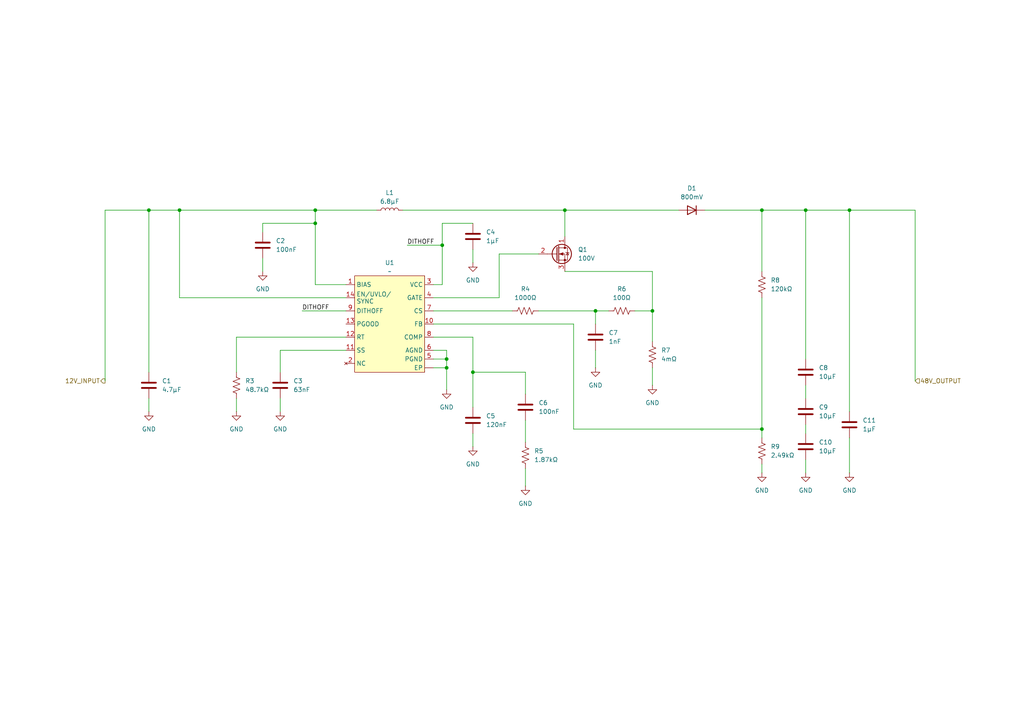
<source format=kicad_sch>
(kicad_sch (version 20231120) (generator "eeschema") (generator_version "8.0")
  (paper "A4")
  (title_block (title "Boost Board Chip") (company "Waterloo Rocketry"))
  (lib_symbols
    (symbol "Boost_Board_Symbols:LM5156H"
      (property "Reference" "U1" (at 0 17.78 0))
      (property "Value" "~" (at 0 15.24 0))
      (property "Sim.Library" "C:\\Users\\kobys\\Downloads\\snvmbv9h\\LM5156-Q1_PSPICE_TRANS\\LM5156-Q1_TRANS.LIB" (at 3.302 -26.924 0))
      (property "Sim.Name" "LM5156-Q1_TRANS" (at 0 0 0))
      (property "Sim.Device" "SUBCKT" (at 0 0 0))
      (property "Sim.Pins" "1=BIAS 2=COMP 3=CS 4=DITHOFF 5=FB 6=GATE 7=GND 8=PGOOD 9=RT 10=SS 11=UVLO_SYNC 12=VCC" (at 7.874 -21.59 0))
      (symbol "LM5156H_1_1"
        (rectangle (start -10.16 13.97) (end 10.16 -13.97) (fill (type background)))
        (pin unspecified line (at 12.7 -12.7 180) (length 2.54) (name "EP") (number ""))
        (pin power_in line (at -12.7 11.43 0) (length 2.54) (name "BIAS") (number "1"))
        (pin input line (at 12.7 0 180) (length 2.54) (name "FB") (number "10"))
        (pin input line (at -12.7 -7.62 0) (length 2.54) (name "SS") (number "11"))
        (pin input line (at -12.7 -3.81 0) (length 2.54) (name "RT") (number "12"))
        (pin output line (at -12.7 0 0) (length 2.54) (name "PGOOD") (number "13"))
        (pin input line (at -12.7 7.62 0) (length 2.54) (name "EN/UVLO/\nSYNC") (number "14"))
        (pin no_connect line (at -12.7 -11.43 0) (length 2.54) (name "NC") (number "2"))
        (pin power_in line (at 12.7 11.43 180) (length 2.54) (name "VCC") (number "3"))
        (pin output line (at 12.7 7.62 180) (length 2.54) (name "GATE") (number "4"))
        (pin power_out line (at 12.7 -10.16 180) (length 2.54) (name "PGND") (number "5"))
        (pin power_out line (at 12.7 -7.62 180) (length 2.54) (name "AGND") (number "6"))
        (pin input line (at 12.7 3.81 180) (length 2.54) (name "CS") (number "7"))
        (pin output line (at 12.7 -3.81 180) (length 2.54) (name "COMP") (number "8"))
        (pin input line (at -12.7 3.81 0) (length 2.54) (name "DITHOFF") (number "9"))
      )
    )
    (symbol "Device:C" (pin_numbers hide) (pin_names (offset 0.254))
      (property "Reference" "C" (at 0.635 2.54 0))
      (property "Value" "C" (at 0.635 -2.54 0))
      (symbol "C_0_1"
        (polyline (pts (xy -2.032 -0.762) (xy 2.032 -0.762)) (stroke (width 0.508)))
        (polyline (pts (xy -2.032 0.762) (xy 2.032 0.762)) (stroke (width 0.508)))
      )
      (symbol "C_1_1"
        (pin passive line (at 0 3.81 270) (length 2.794) (name "~") (number "1"))
        (pin passive line (at 0 -3.81 90) (length 2.794) (name "~") (number "2"))
      )
    )
    (symbol "Device:D" (pin_numbers hide) (pin_names (offset 1.016) hide)
      (property "Reference" "D" (at 0 2.54 0))
      (property "Value" "D" (at 0 -2.54 0))
      (symbol "D_0_1"
        (polyline (pts (xy -1.27 1.27) (xy -1.27 -1.27)) (stroke (width 0.254)))
        (polyline (pts (xy 1.27 0) (xy -1.27 0)))
        (polyline (pts (xy 1.27 1.27) (xy 1.27 -1.27) (xy -1.27 0) (xy 1.27 1.27)) (stroke (width 0.254)))
      )
      (symbol "D_1_1"
        (pin passive line (at -3.81 0 0) (length 2.54) (name "K") (number "1"))
        (pin passive line (at 3.81 0 180) (length 2.54) (name "A") (number "2"))
      )
    )
    (symbol "Device:L" (pin_numbers hide) (pin_names (offset 1.016) hide)
      (property "Reference" "L" (at -1.27 0 90))
      (property "Value" "L" (at 1.905 0 90))
      (symbol "L_0_1"
        (arc (start 0 -2.54) (mid 0.6323 -1.905) (end 0 -1.27))
        (arc (start 0 -1.27) (mid 0.6323 -0.635) (end 0 0))
        (arc (start 0 0) (mid 0.6323 0.635) (end 0 1.27))
        (arc (start 0 1.27) (mid 0.6323 1.905) (end 0 2.54))
      )
      (symbol "L_1_1"
        (pin passive line (at 0 3.81 270) (length 1.27) (name "1") (number "1"))
        (pin passive line (at 0 -3.81 90) (length 1.27) (name "2") (number "2"))
      )
    )
    (symbol "Device:Q_NMOS_Depletion_DGS" (pin_names (offset 0) hide)
      (property "Reference" "Q" (at 5.08 1.905 0))
      (property "Value" "Q_NMOS_Depletion_DGS" (at 5.08 0 0))
      (symbol "Q_NMOS_Depletion_DGS_0_1"
        (polyline (pts (xy 0.254 0) (xy -2.54 0)))
        (polyline (pts (xy 0.254 1.905) (xy 0.254 -1.905)) (stroke (width 0.254)))
        (polyline (pts (xy 0.762 2.286) (xy 0.762 -2.286)) (stroke (width 0.254)))
        (polyline (pts (xy 2.54 2.54) (xy 2.54 1.778)))
        (polyline (pts (xy 2.54 -2.54) (xy 2.54 0) (xy 0.762 0)))
        (polyline (pts (xy 0.762 -1.778) (xy 3.302 -1.778) (xy 3.302 1.778) (xy 0.762 1.778)))
        (polyline (pts (xy 1.016 0) (xy 2.032 0.381) (xy 2.032 -0.381) (xy 1.016 0)) (fill (type outline)))
        (polyline (pts (xy 2.794 0.508) (xy 2.921 0.381) (xy 3.683 0.381) (xy 3.81 0.254)))
        (polyline (pts (xy 3.302 0.381) (xy 2.921 -0.254) (xy 3.683 -0.254) (xy 3.302 0.381)))
        (circle (center 1.651 0) (radius 2.794) (stroke (width 0.254)))
        (circle (center 2.54 -1.778) (radius 0.254) (fill (type outline)))
        (circle (center 2.54 1.778) (radius 0.254) (fill (type outline)))
      )
      (symbol "Q_NMOS_Depletion_DGS_1_1"
        (pin passive line (at 2.54 5.08 270) (length 2.54) (name "D") (number "1"))
        (pin input line (at -5.08 0 0) (length 2.54) (name "G") (number "2"))
        (pin passive line (at 2.54 -5.08 90) (length 2.54) (name "S") (number "3"))
      )
    )
    (symbol "Device:R_US" (pin_numbers hide) (pin_names (offset 0))
      (property "Reference" "R" (at 2.54 0 90))
      (property "Value" "R_US" (at -2.54 0 90))
      (symbol "R_US_0_1"
        (polyline (pts (xy 0 -2.286) (xy 0 -2.54)))
        (polyline (pts (xy 0 2.286) (xy 0 2.54)))
        (polyline (pts (xy 0 -0.762) (xy 1.016 -1.143) (xy 0 -1.524) (xy -1.016 -1.905) (xy 0 -2.286)))
        (polyline (pts (xy 0 0.762) (xy 1.016 0.381) (xy 0 0) (xy -1.016 -0.381) (xy 0 -0.762)))
        (polyline (pts (xy 0 2.286) (xy 1.016 1.905) (xy 0 1.524) (xy -1.016 1.143) (xy 0 0.762)))
      )
      (symbol "R_US_1_1"
        (pin passive line (at 0 3.81 270) (length 1.27) (name "~") (number "1"))
        (pin passive line (at 0 -3.81 90) (length 1.27) (name "~") (number "2"))
      )
    )
    (symbol "power:GND" (power) (pin_numbers hide) (pin_names (offset 0) hide)
      (property "Value" "GND" (at 0 -3.81 0))
      (symbol "GND_0_1"
        (polyline (pts (xy 0 0) (xy 0 -1.27) (xy 1.27 -1.27) (xy 0 -2.54) (xy -1.27 -1.27) (xy 0 -1.27)))
      )
      (symbol "GND_1_1"
        (pin power_in line (at 0 0 270) (length 0) (name "~") (number "1"))
      )
    )
  )
  (junction (at 43.18 60.96))
  (junction (at 163.83 60.96))
  (junction (at 52.07 60.96))
  (junction (at 220.98 60.96))
  (junction (at 246.38 60.96))
  (junction (at 129.54 104.14))
  (junction (at 172.72 90.17))
  (junction (at 189.23 90.17))
  (junction (at 233.68 60.96))
  (junction (at 128.27 71.12))
  (junction (at 220.98 124.46))
  (junction (at 137.16 107.95))
  (junction (at 129.54 106.68))
  (junction (at 91.44 60.96))
  (junction (at 91.44 64.77))
  (wire (pts (xy 220.98 60.96) (xy 220.98 78.74)))
  (wire (pts (xy 144.78 86.36) (xy 144.78 73.66)))
  (wire (pts (xy 172.72 90.17) (xy 172.72 93.98)))
  (wire (pts (xy 166.37 124.46) (xy 220.98 124.46)))
  (wire (pts (xy 125.73 97.79) (xy 137.16 97.79)))
  (wire (pts (xy 189.23 90.17) (xy 189.23 99.06)))
  (wire (pts (xy 220.98 127) (xy 220.98 124.46)))
  (wire (pts (xy 43.18 60.96) (xy 43.18 107.95)))
  (wire (pts (xy 220.98 86.36) (xy 220.98 124.46)))
  (wire (pts (xy 68.58 97.79) (xy 68.58 107.95)))
  (wire (pts (xy 43.18 119.38) (xy 43.18 115.57)))
  (wire (pts (xy 81.28 101.6) (xy 81.28 107.95)))
  (wire (pts (xy 43.18 60.96) (xy 52.07 60.96)))
  (wire (pts (xy 233.68 60.96) (xy 246.38 60.96)))
  (wire (pts (xy 137.16 125.73) (xy 137.16 129.54)))
  (wire (pts (xy 129.54 106.68) (xy 129.54 113.03)))
  (wire (pts (xy 152.4 107.95) (xy 152.4 114.3)))
  (wire (pts (xy 91.44 82.55) (xy 100.33 82.55)))
  (wire (pts (xy 166.37 93.98) (xy 125.73 93.98)))
  (wire (pts (xy 91.44 60.96) (xy 109.22 60.96)))
  (wire (pts (xy 81.28 115.57) (xy 81.28 119.38)))
  (wire (pts (xy 116.84 60.96) (xy 163.83 60.96)))
  (wire (pts (xy 220.98 134.62) (xy 220.98 137.16)))
  (wire (pts (xy 184.15 90.17) (xy 189.23 90.17)))
  (wire (pts (xy 30.48 60.96) (xy 43.18 60.96)))
  (wire (pts (xy 189.23 78.74) (xy 189.23 90.17)))
  (wire (pts (xy 189.23 106.68) (xy 189.23 111.76)))
  (wire (pts (xy 163.83 60.96) (xy 196.85 60.96)))
  (wire (pts (xy 246.38 127) (xy 246.38 137.16)))
  (wire (pts (xy 233.68 60.96) (xy 233.68 104.14)))
  (wire (pts (xy 128.27 82.55) (xy 125.73 82.55)))
  (wire (pts (xy 68.58 115.57) (xy 68.58 119.38)))
  (wire (pts (xy 129.54 101.6) (xy 129.54 104.14)))
  (wire (pts (xy 128.27 64.77) (xy 137.16 64.77)))
  (wire (pts (xy 172.72 90.17) (xy 176.53 90.17)))
  (wire (pts (xy 87.63 90.17) (xy 100.33 90.17)))
  (wire (pts (xy 128.27 64.77) (xy 128.27 71.12)))
  (wire (pts (xy 152.4 135.89) (xy 152.4 140.97)))
  (wire (pts (xy 125.73 90.17) (xy 148.59 90.17)))
  (wire (pts (xy 76.2 67.31) (xy 76.2 64.77)))
  (wire (pts (xy 128.27 71.12) (xy 128.27 82.55)))
  (wire (pts (xy 163.83 78.74) (xy 189.23 78.74)))
  (wire (pts (xy 137.16 107.95) (xy 137.16 118.11)))
  (wire (pts (xy 118.11 71.12) (xy 128.27 71.12)))
  (wire (pts (xy 233.68 111.76) (xy 233.68 115.57)))
  (wire (pts (xy 125.73 101.6) (xy 129.54 101.6)))
  (wire (pts (xy 137.16 107.95) (xy 152.4 107.95)))
  (wire (pts (xy 163.83 60.96) (xy 163.83 68.58)))
  (wire (pts (xy 30.48 60.96) (xy 30.48 110.49)))
  (wire (pts (xy 152.4 121.92) (xy 152.4 128.27)))
  (wire (pts (xy 76.2 74.93) (xy 76.2 78.74)))
  (wire (pts (xy 52.07 86.36) (xy 100.33 86.36)))
  (wire (pts (xy 137.16 97.79) (xy 137.16 107.95)))
  (wire (pts (xy 233.68 133.35) (xy 233.68 137.16)))
  (wire (pts (xy 172.72 101.6) (xy 172.72 106.68)))
  (wire (pts (xy 265.43 60.96) (xy 265.43 110.49)))
  (wire (pts (xy 166.37 93.98) (xy 166.37 124.46)))
  (wire (pts (xy 144.78 73.66) (xy 156.21 73.66)))
  (wire (pts (xy 91.44 64.77) (xy 91.44 60.96)))
  (wire (pts (xy 52.07 86.36) (xy 52.07 60.96)))
  (wire (pts (xy 246.38 60.96) (xy 265.43 60.96)))
  (wire (pts (xy 125.73 106.68) (xy 129.54 106.68)))
  (wire (pts (xy 100.33 97.79) (xy 68.58 97.79)))
  (wire (pts (xy 76.2 64.77) (xy 91.44 64.77)))
  (wire (pts (xy 125.73 86.36) (xy 144.78 86.36)))
  (wire (pts (xy 91.44 82.55) (xy 91.44 64.77)))
  (wire (pts (xy 220.98 60.96) (xy 233.68 60.96)))
  (wire (pts (xy 204.47 60.96) (xy 220.98 60.96)))
  (wire (pts (xy 246.38 60.96) (xy 246.38 119.38)))
  (wire (pts (xy 52.07 60.96) (xy 91.44 60.96)))
  (wire (pts (xy 156.21 90.17) (xy 172.72 90.17)))
  (wire (pts (xy 137.16 72.39) (xy 137.16 76.2)))
  (wire (pts (xy 100.33 101.6) (xy 81.28 101.6)))
  (wire (pts (xy 129.54 104.14) (xy 129.54 106.68)))
  (wire (pts (xy 233.68 123.19) (xy 233.68 125.73)))
  (wire (pts (xy 125.73 104.14) (xy 129.54 104.14)))
  (label "DITHOFF" (at 87.63 90.17 0))
  (label "DITHOFF" (at 118.11 71.12 0))
  (hierarchical_label "12V_INPUT" (shape output) (at 30.48 110.49 180))
  (hierarchical_label "48V_OUTPUT" (shape input) (at 265.43 110.49 0))
  (symbol (lib_id "Device:C") (at 172.72 97.79 0) (unit 1)
    (property "Reference" "C7" (at 176.53 96.5199 0) (effects (justify left)))
    (property "Value" "1nF" (at 176.53 99.0599 0) (effects (justify left)))
    (property "Footprint" "Capacitor_SMD:C_0805_2012Metric_Pad1.18x1.45mm_HandSolder" (effects (hide yes)))
    (property "Description" "Unpolarized capacitor" (effects (hide yes)))
  )
  (symbol (lib_id "power:GND") (at 189.23 111.76 0) (unit 1)
    (property "Reference" "#PWR012" (effects (hide yes)))
    (property "Value" "GND" (at 189.23 116.84 0))
    (property "Description" "Power symbol creates a global label with name \"GND\" , ground" (effects (hide yes)))
  )
  (symbol (lib_id "Boost_Board_Symbols:LM5156H") (at 113.03 93.98 0) (unit 1)
    (property "Reference" "U1" (at 113.03 76.2 0))
    (property "Value" "~" (at 113.03 78.74 0))
    (property "Footprint" "Library:LM5156H" (effects (hide yes)))
    (property "Sim.Name" "LM5156-Q1_TRANS" (effects (hide yes)))
  )
  (symbol (lib_id "power:GND") (at 43.18 119.38 0) (unit 1)
    (property "Reference" "#PWR03" (effects (hide yes)))
    (property "Value" "GND" (at 43.18 124.46 0))
    (property "Description" "Power symbol creates a global label with name \"GND\" , ground" (effects (hide yes)))
  )
  (symbol (lib_id "Device:C") (at 233.68 119.38 0) (unit 1)
    (property "Reference" "C9" (at 237.49 118.1099 0) (effects (justify left)))
    (property "Value" "10µF" (at 237.49 120.6499 0) (effects (justify left)))
    (property "Footprint" "Capacitor_SMD:C_0805_2012Metric_Pad1.18x1.45mm_HandSolder" (effects (hide yes)))
    (property "Description" "Unpolarized capacitor" (effects (hide yes)))
  )
  (symbol (lib_id "Device:Q_NMOS_Depletion_DGS") (at 161.29 73.66 0) (unit 1)
    (property "Reference" "Q1" (at 167.64 72.3899 0) (effects (justify left)))
    (property "Value" "100V" (at 167.64 74.9299 0) (effects (justify left)))
    (property "Footprint" "Library:Q1 Mosfet" (effects (hide yes)))
    (property "Description" "Depletion-mode N-channel MOSFET, drain/gate/source" (effects (hide yes)))
    (property "Sim.Device" "NMOS" (effects (hide yes)))
    (property "Sim.Type" "VDMOS" (effects (hide yes)))
    (property "Sim.Pins" "1=D 2=G 3=S" (effects (hide yes)))
    (property "Sim.Params" "vto=100" (effects (hide yes)))
  )
  (symbol (lib_id "Device:L") (at 113.03 60.96 90) (unit 1)
    (property "Reference" "L1" (at 113.03 55.88 90))
    (property "Value" "6.8µF" (at 113.03 58.42 90))
    (property "Footprint" "Inductor_SMD:L_0805_2012Metric_Pad1.05x1.20mm_HandSolder" (effects (hide yes)))
    (property "Description" "Inductor" (effects (hide yes)))
  )
  (symbol (lib_id "Device:R_US") (at 189.23 102.87 0) (unit 1)
    (property "Reference" "R7" (at 191.77 101.5999 0) (effects (justify left)))
    (property "Value" "4mΩ" (at 191.77 104.1399 0) (effects (justify left)))
    (property "Footprint" "Resistor_SMD:R_0805_2012Metric_Pad1.20x1.40mm_HandSolder" (effects (hide yes)))
    (property "Description" "Resistor, US symbol" (effects (hide yes)))
  )
  (symbol (lib_id "Device:C") (at 81.28 111.76 0) (unit 1)
    (property "Reference" "C3" (at 85.09 110.4899 0) (effects (justify left)))
    (property "Value" "63nF" (at 85.09 113.0299 0) (effects (justify left)))
    (property "Footprint" "Capacitor_SMD:C_0805_2012Metric_Pad1.18x1.45mm_HandSolder" (effects (hide yes)))
    (property "Description" "Unpolarized capacitor" (effects (hide yes)))
  )
  (symbol (lib_id "power:GND") (at 172.72 106.68 0) (unit 1)
    (property "Reference" "#PWR011" (effects (hide yes)))
    (property "Value" "GND" (at 172.72 111.76 0))
    (property "Description" "Power symbol creates a global label with name \"GND\" , ground" (effects (hide yes)))
  )
  (symbol (lib_id "power:GND") (at 220.98 137.16 0) (unit 1)
    (property "Reference" "#PWR013" (effects (hide yes)))
    (property "Value" "GND" (at 220.98 142.24 0))
    (property "Description" "Power symbol creates a global label with name \"GND\" , ground" (effects (hide yes)))
  )
  (symbol (lib_id "Device:C") (at 137.16 121.92 0) (unit 1)
    (property "Reference" "C5" (at 140.97 120.6499 0) (effects (justify left)))
    (property "Value" "120nF" (at 140.97 123.1899 0) (effects (justify left)))
    (property "Footprint" "Capacitor_SMD:C_0805_2012Metric_Pad1.18x1.45mm_HandSolder" (effects (hide yes)))
    (property "Description" "Unpolarized capacitor" (effects (hide yes)))
  )
  (symbol (lib_id "Device:R_US") (at 220.98 82.55 0) (unit 1)
    (property "Reference" "R8" (at 223.52 81.2799 0) (effects (justify left)))
    (property "Value" "120kΩ" (at 223.52 83.8199 0) (effects (justify left)))
    (property "Footprint" "Resistor_SMD:R_0805_2012Metric_Pad1.20x1.40mm_HandSolder" (effects (hide yes)))
    (property "Description" "Resistor, US symbol" (effects (hide yes)))
  )
  (symbol (lib_id "Device:R_US") (at 220.98 130.81 0) (unit 1)
    (property "Reference" "R9" (at 223.52 129.5399 0) (effects (justify left)))
    (property "Value" "2.49kΩ" (at 223.52 132.0799 0) (effects (justify left)))
    (property "Footprint" "Resistor_SMD:R_0805_2012Metric_Pad1.20x1.40mm_HandSolder" (effects (hide yes)))
    (property "Description" "Resistor, US symbol" (effects (hide yes)))
  )
  (symbol (lib_id "power:GND") (at 152.4 140.97 0) (unit 1)
    (property "Reference" "#PWR010" (effects (hide yes)))
    (property "Value" "GND" (at 152.4 146.05 0))
    (property "Description" "Power symbol creates a global label with name \"GND\" , ground" (effects (hide yes)))
  )
  (symbol (lib_id "Device:C") (at 152.4 118.11 0) (unit 1)
    (property "Reference" "C6" (at 156.21 116.8399 0) (effects (justify left)))
    (property "Value" "100nF" (at 156.21 119.3799 0) (effects (justify left)))
    (property "Footprint" "Capacitor_SMD:C_0805_2012Metric_Pad1.18x1.45mm_HandSolder" (effects (hide yes)))
    (property "Description" "Unpolarized capacitor" (effects (hide yes)))
  )
  (symbol (lib_id "power:GND") (at 246.38 137.16 0) (unit 1)
    (property "Reference" "#PWR015" (effects (hide yes)))
    (property "Value" "GND" (at 246.38 142.24 0))
    (property "Description" "Power symbol creates a global label with name \"GND\" , ground" (effects (hide yes)))
  )
  (symbol (lib_id "power:GND") (at 137.16 76.2 0) (unit 1)
    (property "Reference" "#PWR08" (effects (hide yes)))
    (property "Value" "GND" (at 137.16 81.28 0))
    (property "Description" "Power symbol creates a global label with name \"GND\" , ground" (effects (hide yes)))
  )
  (symbol (lib_id "Device:R_US") (at 152.4 90.17 90) (unit 1)
    (property "Reference" "R4" (at 152.4 83.82 90))
    (property "Value" "1000Ω" (at 152.4 86.36 90))
    (property "Footprint" "Resistor_SMD:R_0805_2012Metric_Pad1.20x1.40mm_HandSolder" (effects (hide yes)))
    (property "Description" "Resistor, US symbol" (effects (hide yes)))
  )
  (symbol (lib_id "Device:C") (at 233.68 107.95 0) (unit 1)
    (property "Reference" "C8" (at 237.49 106.6799 0) (effects (justify left)))
    (property "Value" "10µF" (at 237.49 109.2199 0) (effects (justify left)))
    (property "Footprint" "Capacitor_SMD:C_0805_2012Metric_Pad1.18x1.45mm_HandSolder" (effects (hide yes)))
    (property "Description" "Unpolarized capacitor" (effects (hide yes)))
  )
  (symbol (lib_id "power:GND") (at 76.2 78.74 0) (unit 1)
    (property "Reference" "#PWR05" (effects (hide yes)))
    (property "Value" "GND" (at 76.2 83.82 0))
    (property "Description" "Power symbol creates a global label with name \"GND\" , ground" (effects (hide yes)))
  )
  (symbol (lib_id "Device:D") (at 200.66 60.96 180) (unit 1)
    (property "Reference" "D1" (at 200.66 54.61 0))
    (property "Value" "800mV" (at 200.66 57.15 0))
    (property "Footprint" "Library:TO-220-2" (effects (hide yes)))
    (property "Description" "Diode" (effects (hide yes)))
    (property "Sim.Device" "D" (effects (hide yes)))
    (property "Sim.Pins" "1=K 2=A" (effects (hide yes)))
  )
  (symbol (lib_id "Device:C") (at 76.2 71.12 0) (unit 1)
    (property "Reference" "C2" (at 80.01 69.8499 0) (effects (justify left)))
    (property "Value" "100nF" (at 80.01 72.3899 0) (effects (justify left)))
    (property "Footprint" "Capacitor_SMD:C_0805_2012Metric_Pad1.18x1.45mm_HandSolder" (effects (hide yes)))
    (property "Description" "Unpolarized capacitor" (effects (hide yes)))
  )
  (symbol (lib_id "Device:R_US") (at 68.58 111.76 0) (unit 1)
    (property "Reference" "R3" (at 71.12 110.4899 0) (effects (justify left)))
    (property "Value" "48.7kΩ" (at 71.12 113.0299 0) (effects (justify left)))
    (property "Footprint" "Resistor_SMD:R_0805_2012Metric_Pad1.20x1.40mm_HandSolder" (effects (hide yes)))
    (property "Description" "Resistor, US symbol" (effects (hide yes)))
  )
  (symbol (lib_id "Device:C") (at 233.68 129.54 0) (unit 1)
    (property "Reference" "C10" (at 237.49 128.2699 0) (effects (justify left)))
    (property "Value" "10µF" (at 237.49 130.8099 0) (effects (justify left)))
    (property "Footprint" "Capacitor_SMD:C_0805_2012Metric_Pad1.18x1.45mm_HandSolder" (effects (hide yes)))
    (property "Description" "Unpolarized capacitor" (effects (hide yes)))
  )
  (symbol (lib_id "Device:C") (at 43.18 111.76 0) (unit 1)
    (property "Reference" "C1" (at 46.99 110.4899 0) (effects (justify left)))
    (property "Value" "4.7µF" (at 46.99 113.0299 0) (effects (justify left)))
    (property "Footprint" "Capacitor_SMD:C_0805_2012Metric_Pad1.18x1.45mm_HandSolder" (effects (hide yes)))
    (property "Description" "Unpolarized capacitor" (effects (hide yes)))
  )
  (symbol (lib_id "Device:C") (at 246.38 123.19 0) (unit 1)
    (property "Reference" "C11" (at 250.19 121.9199 0) (effects (justify left)))
    (property "Value" "1µF" (at 250.19 124.4599 0) (effects (justify left)))
    (property "Footprint" "Capacitor_SMD:C_0805_2012Metric_Pad1.18x1.45mm_HandSolder" (effects (hide yes)))
    (property "Description" "Unpolarized capacitor" (effects (hide yes)))
  )
  (symbol (lib_id "Device:C") (at 137.16 68.58 0) (unit 1)
    (property "Reference" "C4" (at 140.97 67.3099 0) (effects (justify left)))
    (property "Value" "1µF" (at 140.97 69.8499 0) (effects (justify left)))
    (property "Footprint" "Capacitor_SMD:C_0805_2012Metric_Pad1.18x1.45mm_HandSolder" (effects (hide yes)))
    (property "Description" "Unpolarized capacitor" (effects (hide yes)))
  )
  (symbol (lib_id "power:GND") (at 137.16 129.54 0) (unit 1)
    (property "Reference" "#PWR09" (effects (hide yes)))
    (property "Value" "GND" (at 137.16 134.62 0))
    (property "Description" "Power symbol creates a global label with name \"GND\" , ground" (effects (hide yes)))
  )
  (symbol (lib_id "Device:R_US") (at 152.4 132.08 0) (unit 1)
    (property "Reference" "R5" (at 154.94 130.8099 0) (effects (justify left)))
    (property "Value" "1.87kΩ" (at 154.94 133.3499 0) (effects (justify left)))
    (property "Footprint" "Resistor_SMD:R_0805_2012Metric_Pad1.20x1.40mm_HandSolder" (effects (hide yes)))
    (property "Description" "Resistor, US symbol" (effects (hide yes)))
  )
  (symbol (lib_id "power:GND") (at 233.68 137.16 0) (unit 1)
    (property "Reference" "#PWR014" (effects (hide yes)))
    (property "Value" "GND" (at 233.68 142.24 0))
    (property "Description" "Power symbol creates a global label with name \"GND\" , ground" (effects (hide yes)))
  )
  (symbol (lib_id "power:GND") (at 68.58 119.38 0) (unit 1)
    (property "Reference" "#PWR04" (effects (hide yes)))
    (property "Value" "GND" (at 68.58 124.46 0))
    (property "Description" "Power symbol creates a global label with name \"GND\" , ground" (effects (hide yes)))
  )
  (symbol (lib_id "power:GND") (at 129.54 113.03 0) (unit 1)
    (property "Reference" "#PWR07" (effects (hide yes)))
    (property "Value" "GND" (at 129.54 118.11 0))
    (property "Description" "Power symbol creates a global label with name \"GND\" , ground" (effects (hide yes)))
  )
  (symbol (lib_id "Device:R_US") (at 180.34 90.17 270) (unit 1)
    (property "Reference" "R6" (at 180.34 83.82 90))
    (property "Value" "100Ω" (at 180.34 86.36 90))
    (property "Footprint" "Resistor_SMD:R_0805_2012Metric_Pad1.20x1.40mm_HandSolder" (effects (hide yes)))
    (property "Description" "Resistor, US symbol" (effects (hide yes)))
  )
  (symbol (lib_id "power:GND") (at 81.28 119.38 0) (unit 1)
    (property "Reference" "#PWR06" (effects (hide yes)))
    (property "Value" "GND" (at 81.28 124.46 0))
    (property "Description" "Power symbol creates a global label with name \"GND\" , ground" (effects (hide yes)))
  )
)
</source>
